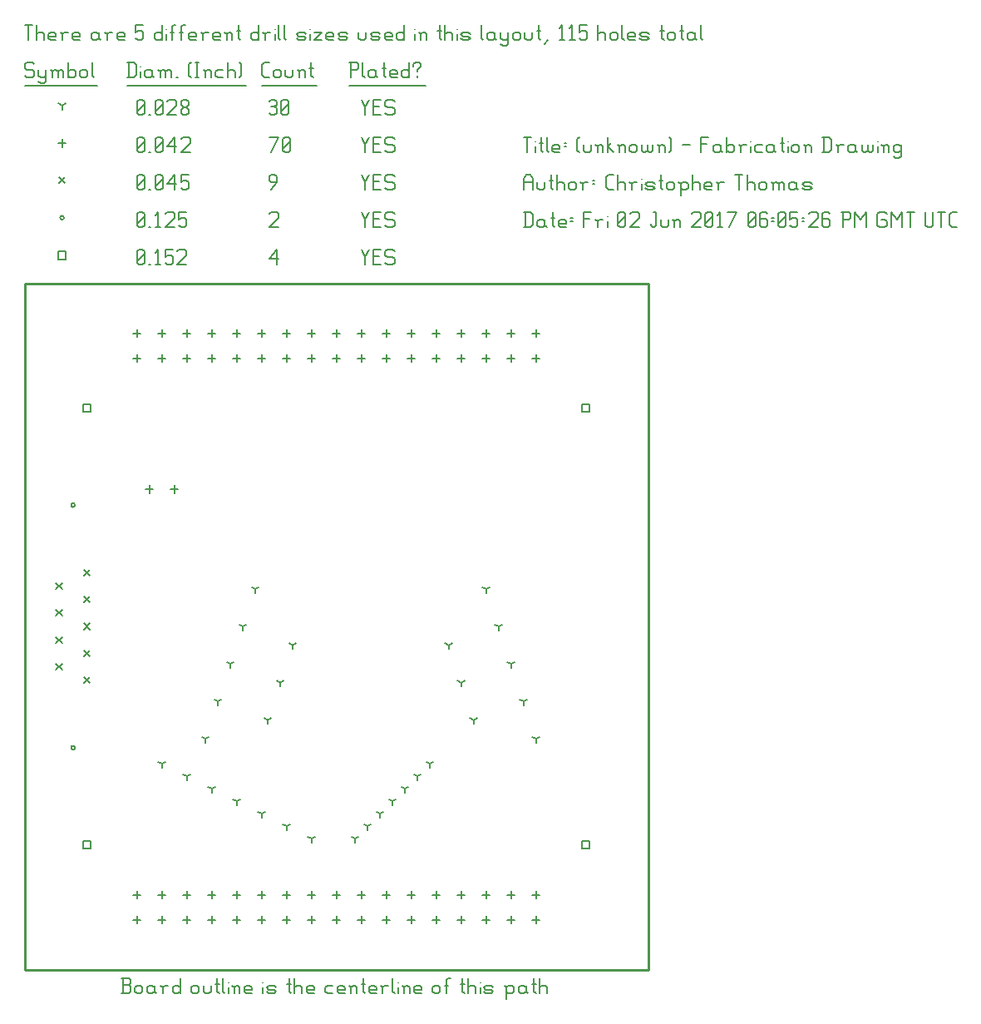
<source format=gbr>
G04 start of page 9 for group -3984 idx -3984 *
G04 Title: (unknown), fab *
G04 Creator: pcb 20140316 *
G04 CreationDate: Fri 02 Jun 2017 06:05:26 PM GMT UTC *
G04 For: thomasc *
G04 Format: Gerber/RS-274X *
G04 PCB-Dimensions (mil): 2500.00 2750.00 *
G04 PCB-Coordinate-Origin: lower left *
%MOIN*%
%FSLAX25Y25*%
%LNFAB*%
%ADD51C,0.0100*%
%ADD50C,0.0075*%
%ADD49C,0.0060*%
%ADD48C,0.0080*%
G54D48*X23400Y226600D02*X26600D01*
X23400D02*Y223400D01*
X26600D01*
Y226600D02*Y223400D01*
X223400Y226600D02*X226600D01*
X223400D02*Y223400D01*
X226600D01*
Y226600D02*Y223400D01*
X23400Y51600D02*X26600D01*
X23400D02*Y48400D01*
X26600D01*
Y51600D02*Y48400D01*
X223400Y51600D02*X226600D01*
X223400D02*Y48400D01*
X226600D01*
Y51600D02*Y48400D01*
X13400Y287850D02*X16600D01*
X13400D02*Y284650D01*
X16600D01*
Y287850D02*Y284650D01*
G54D49*X135000Y288500D02*X136500Y285500D01*
X138000Y288500D01*
X136500Y285500D02*Y282500D01*
X139800Y285800D02*X142050D01*
X139800Y282500D02*X142800D01*
X139800Y288500D02*Y282500D01*
Y288500D02*X142800D01*
X147600D02*X148350Y287750D01*
X145350Y288500D02*X147600D01*
X144600Y287750D02*X145350Y288500D01*
X144600Y287750D02*Y286250D01*
X145350Y285500D01*
X147600D01*
X148350Y284750D01*
Y283250D01*
X147600Y282500D02*X148350Y283250D01*
X145350Y282500D02*X147600D01*
X144600Y283250D02*X145350Y282500D01*
X98000Y284750D02*X101000Y288500D01*
X98000Y284750D02*X101750D01*
X101000Y288500D02*Y282500D01*
X45000Y283250D02*X45750Y282500D01*
X45000Y287750D02*Y283250D01*
Y287750D02*X45750Y288500D01*
X47250D01*
X48000Y287750D01*
Y283250D01*
X47250Y282500D02*X48000Y283250D01*
X45750Y282500D02*X47250D01*
X45000Y284000D02*X48000Y287000D01*
X49800Y282500D02*X50550D01*
X52350Y287300D02*X53550Y288500D01*
Y282500D01*
X52350D02*X54600D01*
X56400Y288500D02*X59400D01*
X56400D02*Y285500D01*
X57150Y286250D01*
X58650D01*
X59400Y285500D01*
Y283250D01*
X58650Y282500D02*X59400Y283250D01*
X57150Y282500D02*X58650D01*
X56400Y283250D02*X57150Y282500D01*
X61200Y287750D02*X61950Y288500D01*
X64200D01*
X64950Y287750D01*
Y286250D01*
X61200Y282500D02*X64950Y286250D01*
X61200Y282500D02*X64950D01*
X18600Y186100D02*G75*G03X20200Y186100I800J0D01*G01*
G75*G03X18600Y186100I-800J0D01*G01*
Y88900D02*G75*G03X20200Y88900I800J0D01*G01*
G75*G03X18600Y88900I-800J0D01*G01*
X14200Y301250D02*G75*G03X15800Y301250I800J0D01*G01*
G75*G03X14200Y301250I-800J0D01*G01*
X135000Y303500D02*X136500Y300500D01*
X138000Y303500D01*
X136500Y300500D02*Y297500D01*
X139800Y300800D02*X142050D01*
X139800Y297500D02*X142800D01*
X139800Y303500D02*Y297500D01*
Y303500D02*X142800D01*
X147600D02*X148350Y302750D01*
X145350Y303500D02*X147600D01*
X144600Y302750D02*X145350Y303500D01*
X144600Y302750D02*Y301250D01*
X145350Y300500D01*
X147600D01*
X148350Y299750D01*
Y298250D01*
X147600Y297500D02*X148350Y298250D01*
X145350Y297500D02*X147600D01*
X144600Y298250D02*X145350Y297500D01*
X98000Y302750D02*X98750Y303500D01*
X101000D01*
X101750Y302750D01*
Y301250D01*
X98000Y297500D02*X101750Y301250D01*
X98000Y297500D02*X101750D01*
X45000Y298250D02*X45750Y297500D01*
X45000Y302750D02*Y298250D01*
Y302750D02*X45750Y303500D01*
X47250D01*
X48000Y302750D01*
Y298250D01*
X47250Y297500D02*X48000Y298250D01*
X45750Y297500D02*X47250D01*
X45000Y299000D02*X48000Y302000D01*
X49800Y297500D02*X50550D01*
X52350Y302300D02*X53550Y303500D01*
Y297500D01*
X52350D02*X54600D01*
X56400Y302750D02*X57150Y303500D01*
X59400D01*
X60150Y302750D01*
Y301250D01*
X56400Y297500D02*X60150Y301250D01*
X56400Y297500D02*X60150D01*
X61950Y303500D02*X64950D01*
X61950D02*Y300500D01*
X62700Y301250D01*
X64200D01*
X64950Y300500D01*
Y298250D01*
X64200Y297500D02*X64950Y298250D01*
X62700Y297500D02*X64200D01*
X61950Y298250D02*X62700Y297500D01*
X23800Y117100D02*X26200Y114700D01*
X23800D02*X26200Y117100D01*
X23800Y127900D02*X26200Y125500D01*
X23800D02*X26200Y127900D01*
X23800Y138700D02*X26200Y136300D01*
X23800D02*X26200Y138700D01*
X23800Y149500D02*X26200Y147100D01*
X23800D02*X26200Y149500D01*
X23800Y160300D02*X26200Y157900D01*
X23800D02*X26200Y160300D01*
X12600Y122500D02*X15000Y120100D01*
X12600D02*X15000Y122500D01*
X12600Y133300D02*X15000Y130900D01*
X12600D02*X15000Y133300D01*
X12600Y144100D02*X15000Y141700D01*
X12600D02*X15000Y144100D01*
X12600Y154900D02*X15000Y152500D01*
X12600D02*X15000Y154900D01*
X13800Y317450D02*X16200Y315050D01*
X13800D02*X16200Y317450D01*
X135000Y318500D02*X136500Y315500D01*
X138000Y318500D01*
X136500Y315500D02*Y312500D01*
X139800Y315800D02*X142050D01*
X139800Y312500D02*X142800D01*
X139800Y318500D02*Y312500D01*
Y318500D02*X142800D01*
X147600D02*X148350Y317750D01*
X145350Y318500D02*X147600D01*
X144600Y317750D02*X145350Y318500D01*
X144600Y317750D02*Y316250D01*
X145350Y315500D01*
X147600D01*
X148350Y314750D01*
Y313250D01*
X147600Y312500D02*X148350Y313250D01*
X145350Y312500D02*X147600D01*
X144600Y313250D02*X145350Y312500D01*
X98750D02*X101000Y315500D01*
Y317750D02*Y315500D01*
X100250Y318500D02*X101000Y317750D01*
X98750Y318500D02*X100250D01*
X98000Y317750D02*X98750Y318500D01*
X98000Y317750D02*Y316250D01*
X98750Y315500D01*
X101000D01*
X45000Y313250D02*X45750Y312500D01*
X45000Y317750D02*Y313250D01*
Y317750D02*X45750Y318500D01*
X47250D01*
X48000Y317750D01*
Y313250D01*
X47250Y312500D02*X48000Y313250D01*
X45750Y312500D02*X47250D01*
X45000Y314000D02*X48000Y317000D01*
X49800Y312500D02*X50550D01*
X52350Y313250D02*X53100Y312500D01*
X52350Y317750D02*Y313250D01*
Y317750D02*X53100Y318500D01*
X54600D01*
X55350Y317750D01*
Y313250D01*
X54600Y312500D02*X55350Y313250D01*
X53100Y312500D02*X54600D01*
X52350Y314000D02*X55350Y317000D01*
X57150Y314750D02*X60150Y318500D01*
X57150Y314750D02*X60900D01*
X60150Y318500D02*Y312500D01*
X62700Y318500D02*X65700D01*
X62700D02*Y315500D01*
X63450Y316250D01*
X64950D01*
X65700Y315500D01*
Y313250D01*
X64950Y312500D02*X65700Y313250D01*
X63450Y312500D02*X64950D01*
X62700Y313250D02*X63450Y312500D01*
X45000Y256600D02*Y253400D01*
X43400Y255000D02*X46600D01*
X45000Y246600D02*Y243400D01*
X43400Y245000D02*X46600D01*
X55000Y256600D02*Y253400D01*
X53400Y255000D02*X56600D01*
X55000Y246600D02*Y243400D01*
X53400Y245000D02*X56600D01*
X65000Y256600D02*Y253400D01*
X63400Y255000D02*X66600D01*
X65000Y246600D02*Y243400D01*
X63400Y245000D02*X66600D01*
X75000Y256600D02*Y253400D01*
X73400Y255000D02*X76600D01*
X75000Y246600D02*Y243400D01*
X73400Y245000D02*X76600D01*
X85000Y256600D02*Y253400D01*
X83400Y255000D02*X86600D01*
X85000Y246600D02*Y243400D01*
X83400Y245000D02*X86600D01*
X95000Y256600D02*Y253400D01*
X93400Y255000D02*X96600D01*
X95000Y246600D02*Y243400D01*
X93400Y245000D02*X96600D01*
X105000Y256600D02*Y253400D01*
X103400Y255000D02*X106600D01*
X105000Y246600D02*Y243400D01*
X103400Y245000D02*X106600D01*
X115000Y256600D02*Y253400D01*
X113400Y255000D02*X116600D01*
X115000Y246600D02*Y243400D01*
X113400Y245000D02*X116600D01*
X125000Y256600D02*Y253400D01*
X123400Y255000D02*X126600D01*
X125000Y246600D02*Y243400D01*
X123400Y245000D02*X126600D01*
X135000Y256600D02*Y253400D01*
X133400Y255000D02*X136600D01*
X135000Y246600D02*Y243400D01*
X133400Y245000D02*X136600D01*
X145000Y256600D02*Y253400D01*
X143400Y255000D02*X146600D01*
X145000Y246600D02*Y243400D01*
X143400Y245000D02*X146600D01*
X155000Y256600D02*Y253400D01*
X153400Y255000D02*X156600D01*
X155000Y246600D02*Y243400D01*
X153400Y245000D02*X156600D01*
X165000Y256600D02*Y253400D01*
X163400Y255000D02*X166600D01*
X165000Y246600D02*Y243400D01*
X163400Y245000D02*X166600D01*
X175000Y256600D02*Y253400D01*
X173400Y255000D02*X176600D01*
X175000Y246600D02*Y243400D01*
X173400Y245000D02*X176600D01*
X185000Y256600D02*Y253400D01*
X183400Y255000D02*X186600D01*
X185000Y246600D02*Y243400D01*
X183400Y245000D02*X186600D01*
X195000Y256600D02*Y253400D01*
X193400Y255000D02*X196600D01*
X195000Y246600D02*Y243400D01*
X193400Y245000D02*X196600D01*
X205000Y256600D02*Y253400D01*
X203400Y255000D02*X206600D01*
X205000Y246600D02*Y243400D01*
X203400Y245000D02*X206600D01*
X205000Y21600D02*Y18400D01*
X203400Y20000D02*X206600D01*
X205000Y31600D02*Y28400D01*
X203400Y30000D02*X206600D01*
X195000Y21600D02*Y18400D01*
X193400Y20000D02*X196600D01*
X195000Y31600D02*Y28400D01*
X193400Y30000D02*X196600D01*
X185000Y21600D02*Y18400D01*
X183400Y20000D02*X186600D01*
X185000Y31600D02*Y28400D01*
X183400Y30000D02*X186600D01*
X175000Y21600D02*Y18400D01*
X173400Y20000D02*X176600D01*
X175000Y31600D02*Y28400D01*
X173400Y30000D02*X176600D01*
X165000Y21600D02*Y18400D01*
X163400Y20000D02*X166600D01*
X165000Y31600D02*Y28400D01*
X163400Y30000D02*X166600D01*
X155000Y21600D02*Y18400D01*
X153400Y20000D02*X156600D01*
X155000Y31600D02*Y28400D01*
X153400Y30000D02*X156600D01*
X145000Y21600D02*Y18400D01*
X143400Y20000D02*X146600D01*
X145000Y31600D02*Y28400D01*
X143400Y30000D02*X146600D01*
X135000Y21600D02*Y18400D01*
X133400Y20000D02*X136600D01*
X135000Y31600D02*Y28400D01*
X133400Y30000D02*X136600D01*
X125000Y21600D02*Y18400D01*
X123400Y20000D02*X126600D01*
X125000Y31600D02*Y28400D01*
X123400Y30000D02*X126600D01*
X115000Y21600D02*Y18400D01*
X113400Y20000D02*X116600D01*
X115000Y31600D02*Y28400D01*
X113400Y30000D02*X116600D01*
X105000Y21600D02*Y18400D01*
X103400Y20000D02*X106600D01*
X105000Y31600D02*Y28400D01*
X103400Y30000D02*X106600D01*
X95000Y21600D02*Y18400D01*
X93400Y20000D02*X96600D01*
X95000Y31600D02*Y28400D01*
X93400Y30000D02*X96600D01*
X85000Y21600D02*Y18400D01*
X83400Y20000D02*X86600D01*
X85000Y31600D02*Y28400D01*
X83400Y30000D02*X86600D01*
X75000Y21600D02*Y18400D01*
X73400Y20000D02*X76600D01*
X75000Y31600D02*Y28400D01*
X73400Y30000D02*X76600D01*
X65000Y21600D02*Y18400D01*
X63400Y20000D02*X66600D01*
X65000Y31600D02*Y28400D01*
X63400Y30000D02*X66600D01*
X55000Y21600D02*Y18400D01*
X53400Y20000D02*X56600D01*
X55000Y31600D02*Y28400D01*
X53400Y30000D02*X56600D01*
X45000Y21600D02*Y18400D01*
X43400Y20000D02*X46600D01*
X45000Y31600D02*Y28400D01*
X43400Y30000D02*X46600D01*
X50000Y194100D02*Y190900D01*
X48400Y192500D02*X51600D01*
X60000Y194100D02*Y190900D01*
X58400Y192500D02*X61600D01*
X15000Y332850D02*Y329650D01*
X13400Y331250D02*X16600D01*
X135000Y333500D02*X136500Y330500D01*
X138000Y333500D01*
X136500Y330500D02*Y327500D01*
X139800Y330800D02*X142050D01*
X139800Y327500D02*X142800D01*
X139800Y333500D02*Y327500D01*
Y333500D02*X142800D01*
X147600D02*X148350Y332750D01*
X145350Y333500D02*X147600D01*
X144600Y332750D02*X145350Y333500D01*
X144600Y332750D02*Y331250D01*
X145350Y330500D01*
X147600D01*
X148350Y329750D01*
Y328250D01*
X147600Y327500D02*X148350Y328250D01*
X145350Y327500D02*X147600D01*
X144600Y328250D02*X145350Y327500D01*
X98750D02*X101750Y333500D01*
X98000D02*X101750D01*
X103550Y328250D02*X104300Y327500D01*
X103550Y332750D02*Y328250D01*
Y332750D02*X104300Y333500D01*
X105800D01*
X106550Y332750D01*
Y328250D01*
X105800Y327500D02*X106550Y328250D01*
X104300Y327500D02*X105800D01*
X103550Y329000D02*X106550Y332000D01*
X45000Y328250D02*X45750Y327500D01*
X45000Y332750D02*Y328250D01*
Y332750D02*X45750Y333500D01*
X47250D01*
X48000Y332750D01*
Y328250D01*
X47250Y327500D02*X48000Y328250D01*
X45750Y327500D02*X47250D01*
X45000Y329000D02*X48000Y332000D01*
X49800Y327500D02*X50550D01*
X52350Y328250D02*X53100Y327500D01*
X52350Y332750D02*Y328250D01*
Y332750D02*X53100Y333500D01*
X54600D01*
X55350Y332750D01*
Y328250D01*
X54600Y327500D02*X55350Y328250D01*
X53100Y327500D02*X54600D01*
X52350Y329000D02*X55350Y332000D01*
X57150Y329750D02*X60150Y333500D01*
X57150Y329750D02*X60900D01*
X60150Y333500D02*Y327500D01*
X62700Y332750D02*X63450Y333500D01*
X65700D01*
X66450Y332750D01*
Y331250D01*
X62700Y327500D02*X66450Y331250D01*
X62700Y327500D02*X66450D01*
X205000Y92500D02*Y90900D01*
Y92500D02*X206387Y93300D01*
X205000Y92500D02*X203613Y93300D01*
X200000Y107500D02*Y105900D01*
Y107500D02*X201387Y108300D01*
X200000Y107500D02*X198613Y108300D01*
X195000Y122500D02*Y120900D01*
Y122500D02*X196387Y123300D01*
X195000Y122500D02*X193613Y123300D01*
X190000Y137500D02*Y135900D01*
Y137500D02*X191387Y138300D01*
X190000Y137500D02*X188613Y138300D01*
X185000Y152500D02*Y150900D01*
Y152500D02*X186387Y153300D01*
X185000Y152500D02*X183613Y153300D01*
X180000Y100000D02*Y98400D01*
Y100000D02*X181387Y100800D01*
X180000Y100000D02*X178613Y100800D01*
X175000Y115000D02*Y113400D01*
Y115000D02*X176387Y115800D01*
X175000Y115000D02*X173613Y115800D01*
X170000Y130000D02*Y128400D01*
Y130000D02*X171387Y130800D01*
X170000Y130000D02*X168613Y130800D01*
X72500Y92500D02*Y90900D01*
Y92500D02*X73887Y93300D01*
X72500Y92500D02*X71113Y93300D01*
X77500Y107500D02*Y105900D01*
Y107500D02*X78887Y108300D01*
X77500Y107500D02*X76113Y108300D01*
X82500Y122500D02*Y120900D01*
Y122500D02*X83887Y123300D01*
X82500Y122500D02*X81113Y123300D01*
X87500Y137500D02*Y135900D01*
Y137500D02*X88887Y138300D01*
X87500Y137500D02*X86113Y138300D01*
X92500Y152500D02*Y150900D01*
Y152500D02*X93887Y153300D01*
X92500Y152500D02*X91113Y153300D01*
X97500Y100000D02*Y98400D01*
Y100000D02*X98887Y100800D01*
X97500Y100000D02*X96113Y100800D01*
X102500Y115000D02*Y113400D01*
Y115000D02*X103887Y115800D01*
X102500Y115000D02*X101113Y115800D01*
X107500Y130000D02*Y128400D01*
Y130000D02*X108887Y130800D01*
X107500Y130000D02*X106113Y130800D01*
X55000Y82500D02*Y80900D01*
Y82500D02*X56387Y83300D01*
X55000Y82500D02*X53613Y83300D01*
X65000Y77500D02*Y75900D01*
Y77500D02*X66387Y78300D01*
X65000Y77500D02*X63613Y78300D01*
X75000Y72500D02*Y70900D01*
Y72500D02*X76387Y73300D01*
X75000Y72500D02*X73613Y73300D01*
X85000Y67500D02*Y65900D01*
Y67500D02*X86387Y68300D01*
X85000Y67500D02*X83613Y68300D01*
X95000Y62500D02*Y60900D01*
Y62500D02*X96387Y63300D01*
X95000Y62500D02*X93613Y63300D01*
X105000Y57500D02*Y55900D01*
Y57500D02*X106387Y58300D01*
X105000Y57500D02*X103613Y58300D01*
X115000Y52500D02*Y50900D01*
Y52500D02*X116387Y53300D01*
X115000Y52500D02*X113613Y53300D01*
X162500Y82500D02*Y80900D01*
Y82500D02*X163887Y83300D01*
X162500Y82500D02*X161113Y83300D01*
X157500Y77500D02*Y75900D01*
Y77500D02*X158887Y78300D01*
X157500Y77500D02*X156113Y78300D01*
X152500Y72500D02*Y70900D01*
Y72500D02*X153887Y73300D01*
X152500Y72500D02*X151113Y73300D01*
X147500Y67500D02*Y65900D01*
Y67500D02*X148887Y68300D01*
X147500Y67500D02*X146113Y68300D01*
X142500Y62500D02*Y60900D01*
Y62500D02*X143887Y63300D01*
X142500Y62500D02*X141113Y63300D01*
X137500Y57500D02*Y55900D01*
Y57500D02*X138887Y58300D01*
X137500Y57500D02*X136113Y58300D01*
X132500Y52500D02*Y50900D01*
Y52500D02*X133887Y53300D01*
X132500Y52500D02*X131113Y53300D01*
X15000Y346250D02*Y344650D01*
Y346250D02*X16387Y347050D01*
X15000Y346250D02*X13613Y347050D01*
X135000Y348500D02*X136500Y345500D01*
X138000Y348500D01*
X136500Y345500D02*Y342500D01*
X139800Y345800D02*X142050D01*
X139800Y342500D02*X142800D01*
X139800Y348500D02*Y342500D01*
Y348500D02*X142800D01*
X147600D02*X148350Y347750D01*
X145350Y348500D02*X147600D01*
X144600Y347750D02*X145350Y348500D01*
X144600Y347750D02*Y346250D01*
X145350Y345500D01*
X147600D01*
X148350Y344750D01*
Y343250D01*
X147600Y342500D02*X148350Y343250D01*
X145350Y342500D02*X147600D01*
X144600Y343250D02*X145350Y342500D01*
X98000Y347750D02*X98750Y348500D01*
X100250D01*
X101000Y347750D01*
X100250Y342500D02*X101000Y343250D01*
X98750Y342500D02*X100250D01*
X98000Y343250D02*X98750Y342500D01*
Y345800D02*X100250D01*
X101000Y347750D02*Y346550D01*
Y345050D02*Y343250D01*
Y345050D02*X100250Y345800D01*
X101000Y346550D02*X100250Y345800D01*
X102800Y343250D02*X103550Y342500D01*
X102800Y347750D02*Y343250D01*
Y347750D02*X103550Y348500D01*
X105050D01*
X105800Y347750D01*
Y343250D01*
X105050Y342500D02*X105800Y343250D01*
X103550Y342500D02*X105050D01*
X102800Y344000D02*X105800Y347000D01*
X45000Y343250D02*X45750Y342500D01*
X45000Y347750D02*Y343250D01*
Y347750D02*X45750Y348500D01*
X47250D01*
X48000Y347750D01*
Y343250D01*
X47250Y342500D02*X48000Y343250D01*
X45750Y342500D02*X47250D01*
X45000Y344000D02*X48000Y347000D01*
X49800Y342500D02*X50550D01*
X52350Y343250D02*X53100Y342500D01*
X52350Y347750D02*Y343250D01*
Y347750D02*X53100Y348500D01*
X54600D01*
X55350Y347750D01*
Y343250D01*
X54600Y342500D02*X55350Y343250D01*
X53100Y342500D02*X54600D01*
X52350Y344000D02*X55350Y347000D01*
X57150Y347750D02*X57900Y348500D01*
X60150D01*
X60900Y347750D01*
Y346250D01*
X57150Y342500D02*X60900Y346250D01*
X57150Y342500D02*X60900D01*
X62700Y343250D02*X63450Y342500D01*
X62700Y344450D02*Y343250D01*
Y344450D02*X63750Y345500D01*
X64650D01*
X65700Y344450D01*
Y343250D01*
X64950Y342500D02*X65700Y343250D01*
X63450Y342500D02*X64950D01*
X62700Y346550D02*X63750Y345500D01*
X62700Y347750D02*Y346550D01*
Y347750D02*X63450Y348500D01*
X64950D01*
X65700Y347750D01*
Y346550D01*
X64650Y345500D02*X65700Y346550D01*
X3000Y363500D02*X3750Y362750D01*
X750Y363500D02*X3000D01*
X0Y362750D02*X750Y363500D01*
X0Y362750D02*Y361250D01*
X750Y360500D01*
X3000D01*
X3750Y359750D01*
Y358250D01*
X3000Y357500D02*X3750Y358250D01*
X750Y357500D02*X3000D01*
X0Y358250D02*X750Y357500D01*
X5550Y360500D02*Y358250D01*
X6300Y357500D01*
X8550Y360500D02*Y356000D01*
X7800Y355250D02*X8550Y356000D01*
X6300Y355250D02*X7800D01*
X5550Y356000D02*X6300Y355250D01*
Y357500D02*X7800D01*
X8550Y358250D01*
X11100Y359750D02*Y357500D01*
Y359750D02*X11850Y360500D01*
X12600D01*
X13350Y359750D01*
Y357500D01*
Y359750D02*X14100Y360500D01*
X14850D01*
X15600Y359750D01*
Y357500D01*
X10350Y360500D02*X11100Y359750D01*
X17400Y363500D02*Y357500D01*
Y358250D02*X18150Y357500D01*
X19650D01*
X20400Y358250D01*
Y359750D02*Y358250D01*
X19650Y360500D02*X20400Y359750D01*
X18150Y360500D02*X19650D01*
X17400Y359750D02*X18150Y360500D01*
X22200Y359750D02*Y358250D01*
Y359750D02*X22950Y360500D01*
X24450D01*
X25200Y359750D01*
Y358250D01*
X24450Y357500D02*X25200Y358250D01*
X22950Y357500D02*X24450D01*
X22200Y358250D02*X22950Y357500D01*
X27000Y363500D02*Y358250D01*
X27750Y357500D01*
X0Y354250D02*X29250D01*
X41750Y363500D02*Y357500D01*
X43700Y363500D02*X44750Y362450D01*
Y358550D01*
X43700Y357500D02*X44750Y358550D01*
X41000Y357500D02*X43700D01*
X41000Y363500D02*X43700D01*
G54D50*X46550Y362000D02*Y361850D01*
G54D49*Y359750D02*Y357500D01*
X50300Y360500D02*X51050Y359750D01*
X48800Y360500D02*X50300D01*
X48050Y359750D02*X48800Y360500D01*
X48050Y359750D02*Y358250D01*
X48800Y357500D01*
X51050Y360500D02*Y358250D01*
X51800Y357500D01*
X48800D02*X50300D01*
X51050Y358250D01*
X54350Y359750D02*Y357500D01*
Y359750D02*X55100Y360500D01*
X55850D01*
X56600Y359750D01*
Y357500D01*
Y359750D02*X57350Y360500D01*
X58100D01*
X58850Y359750D01*
Y357500D01*
X53600Y360500D02*X54350Y359750D01*
X60650Y357500D02*X61400D01*
X65900Y358250D02*X66650Y357500D01*
X65900Y362750D02*X66650Y363500D01*
X65900Y362750D02*Y358250D01*
X68450Y363500D02*X69950D01*
X69200D02*Y357500D01*
X68450D02*X69950D01*
X72500Y359750D02*Y357500D01*
Y359750D02*X73250Y360500D01*
X74000D01*
X74750Y359750D01*
Y357500D01*
X71750Y360500D02*X72500Y359750D01*
X77300Y360500D02*X79550D01*
X76550Y359750D02*X77300Y360500D01*
X76550Y359750D02*Y358250D01*
X77300Y357500D01*
X79550D01*
X81350Y363500D02*Y357500D01*
Y359750D02*X82100Y360500D01*
X83600D01*
X84350Y359750D01*
Y357500D01*
X86150Y363500D02*X86900Y362750D01*
Y358250D01*
X86150Y357500D02*X86900Y358250D01*
X41000Y354250D02*X88700D01*
X96050Y357500D02*X98000D01*
X95000Y358550D02*X96050Y357500D01*
X95000Y362450D02*Y358550D01*
Y362450D02*X96050Y363500D01*
X98000D01*
X99800Y359750D02*Y358250D01*
Y359750D02*X100550Y360500D01*
X102050D01*
X102800Y359750D01*
Y358250D01*
X102050Y357500D02*X102800Y358250D01*
X100550Y357500D02*X102050D01*
X99800Y358250D02*X100550Y357500D01*
X104600Y360500D02*Y358250D01*
X105350Y357500D01*
X106850D01*
X107600Y358250D01*
Y360500D02*Y358250D01*
X110150Y359750D02*Y357500D01*
Y359750D02*X110900Y360500D01*
X111650D01*
X112400Y359750D01*
Y357500D01*
X109400Y360500D02*X110150Y359750D01*
X114950Y363500D02*Y358250D01*
X115700Y357500D01*
X114200Y361250D02*X115700D01*
X95000Y354250D02*X117200D01*
X130750Y363500D02*Y357500D01*
X130000Y363500D02*X133000D01*
X133750Y362750D01*
Y361250D01*
X133000Y360500D02*X133750Y361250D01*
X130750Y360500D02*X133000D01*
X135550Y363500D02*Y358250D01*
X136300Y357500D01*
X140050Y360500D02*X140800Y359750D01*
X138550Y360500D02*X140050D01*
X137800Y359750D02*X138550Y360500D01*
X137800Y359750D02*Y358250D01*
X138550Y357500D01*
X140800Y360500D02*Y358250D01*
X141550Y357500D01*
X138550D02*X140050D01*
X140800Y358250D01*
X144100Y363500D02*Y358250D01*
X144850Y357500D01*
X143350Y361250D02*X144850D01*
X147100Y357500D02*X149350D01*
X146350Y358250D02*X147100Y357500D01*
X146350Y359750D02*Y358250D01*
Y359750D02*X147100Y360500D01*
X148600D01*
X149350Y359750D01*
X146350Y359000D02*X149350D01*
Y359750D02*Y359000D01*
X154150Y363500D02*Y357500D01*
X153400D02*X154150Y358250D01*
X151900Y357500D02*X153400D01*
X151150Y358250D02*X151900Y357500D01*
X151150Y359750D02*Y358250D01*
Y359750D02*X151900Y360500D01*
X153400D01*
X154150Y359750D01*
X157450Y360500D02*Y359750D01*
Y358250D02*Y357500D01*
X155950Y362750D02*Y362000D01*
Y362750D02*X156700Y363500D01*
X158200D01*
X158950Y362750D01*
Y362000D01*
X157450Y360500D02*X158950Y362000D01*
X130000Y354250D02*X160750D01*
X0Y378500D02*X3000D01*
X1500D02*Y372500D01*
X4800Y378500D02*Y372500D01*
Y374750D02*X5550Y375500D01*
X7050D01*
X7800Y374750D01*
Y372500D01*
X10350D02*X12600D01*
X9600Y373250D02*X10350Y372500D01*
X9600Y374750D02*Y373250D01*
Y374750D02*X10350Y375500D01*
X11850D01*
X12600Y374750D01*
X9600Y374000D02*X12600D01*
Y374750D02*Y374000D01*
X15150Y374750D02*Y372500D01*
Y374750D02*X15900Y375500D01*
X17400D01*
X14400D02*X15150Y374750D01*
X19950Y372500D02*X22200D01*
X19200Y373250D02*X19950Y372500D01*
X19200Y374750D02*Y373250D01*
Y374750D02*X19950Y375500D01*
X21450D01*
X22200Y374750D01*
X19200Y374000D02*X22200D01*
Y374750D02*Y374000D01*
X28950Y375500D02*X29700Y374750D01*
X27450Y375500D02*X28950D01*
X26700Y374750D02*X27450Y375500D01*
X26700Y374750D02*Y373250D01*
X27450Y372500D01*
X29700Y375500D02*Y373250D01*
X30450Y372500D01*
X27450D02*X28950D01*
X29700Y373250D01*
X33000Y374750D02*Y372500D01*
Y374750D02*X33750Y375500D01*
X35250D01*
X32250D02*X33000Y374750D01*
X37800Y372500D02*X40050D01*
X37050Y373250D02*X37800Y372500D01*
X37050Y374750D02*Y373250D01*
Y374750D02*X37800Y375500D01*
X39300D01*
X40050Y374750D01*
X37050Y374000D02*X40050D01*
Y374750D02*Y374000D01*
X44550Y378500D02*X47550D01*
X44550D02*Y375500D01*
X45300Y376250D01*
X46800D01*
X47550Y375500D01*
Y373250D01*
X46800Y372500D02*X47550Y373250D01*
X45300Y372500D02*X46800D01*
X44550Y373250D02*X45300Y372500D01*
X55050Y378500D02*Y372500D01*
X54300D02*X55050Y373250D01*
X52800Y372500D02*X54300D01*
X52050Y373250D02*X52800Y372500D01*
X52050Y374750D02*Y373250D01*
Y374750D02*X52800Y375500D01*
X54300D01*
X55050Y374750D01*
G54D50*X56850Y377000D02*Y376850D01*
G54D49*Y374750D02*Y372500D01*
X59100Y377750D02*Y372500D01*
Y377750D02*X59850Y378500D01*
X60600D01*
X58350Y375500D02*X59850D01*
X62850Y377750D02*Y372500D01*
Y377750D02*X63600Y378500D01*
X64350D01*
X62100Y375500D02*X63600D01*
X66600Y372500D02*X68850D01*
X65850Y373250D02*X66600Y372500D01*
X65850Y374750D02*Y373250D01*
Y374750D02*X66600Y375500D01*
X68100D01*
X68850Y374750D01*
X65850Y374000D02*X68850D01*
Y374750D02*Y374000D01*
X71400Y374750D02*Y372500D01*
Y374750D02*X72150Y375500D01*
X73650D01*
X70650D02*X71400Y374750D01*
X76200Y372500D02*X78450D01*
X75450Y373250D02*X76200Y372500D01*
X75450Y374750D02*Y373250D01*
Y374750D02*X76200Y375500D01*
X77700D01*
X78450Y374750D01*
X75450Y374000D02*X78450D01*
Y374750D02*Y374000D01*
X81000Y374750D02*Y372500D01*
Y374750D02*X81750Y375500D01*
X82500D01*
X83250Y374750D01*
Y372500D01*
X80250Y375500D02*X81000Y374750D01*
X85800Y378500D02*Y373250D01*
X86550Y372500D01*
X85050Y376250D02*X86550D01*
X93750Y378500D02*Y372500D01*
X93000D02*X93750Y373250D01*
X91500Y372500D02*X93000D01*
X90750Y373250D02*X91500Y372500D01*
X90750Y374750D02*Y373250D01*
Y374750D02*X91500Y375500D01*
X93000D01*
X93750Y374750D01*
X96300D02*Y372500D01*
Y374750D02*X97050Y375500D01*
X98550D01*
X95550D02*X96300Y374750D01*
G54D50*X100350Y377000D02*Y376850D01*
G54D49*Y374750D02*Y372500D01*
X101850Y378500D02*Y373250D01*
X102600Y372500D01*
X104100Y378500D02*Y373250D01*
X104850Y372500D01*
X109800D02*X112050D01*
X112800Y373250D01*
X112050Y374000D02*X112800Y373250D01*
X109800Y374000D02*X112050D01*
X109050Y374750D02*X109800Y374000D01*
X109050Y374750D02*X109800Y375500D01*
X112050D01*
X112800Y374750D01*
X109050Y373250D02*X109800Y372500D01*
G54D50*X114600Y377000D02*Y376850D01*
G54D49*Y374750D02*Y372500D01*
X116100Y375500D02*X119100D01*
X116100Y372500D02*X119100Y375500D01*
X116100Y372500D02*X119100D01*
X121650D02*X123900D01*
X120900Y373250D02*X121650Y372500D01*
X120900Y374750D02*Y373250D01*
Y374750D02*X121650Y375500D01*
X123150D01*
X123900Y374750D01*
X120900Y374000D02*X123900D01*
Y374750D02*Y374000D01*
X126450Y372500D02*X128700D01*
X129450Y373250D01*
X128700Y374000D02*X129450Y373250D01*
X126450Y374000D02*X128700D01*
X125700Y374750D02*X126450Y374000D01*
X125700Y374750D02*X126450Y375500D01*
X128700D01*
X129450Y374750D01*
X125700Y373250D02*X126450Y372500D01*
X133950Y375500D02*Y373250D01*
X134700Y372500D01*
X136200D01*
X136950Y373250D01*
Y375500D02*Y373250D01*
X139500Y372500D02*X141750D01*
X142500Y373250D01*
X141750Y374000D02*X142500Y373250D01*
X139500Y374000D02*X141750D01*
X138750Y374750D02*X139500Y374000D01*
X138750Y374750D02*X139500Y375500D01*
X141750D01*
X142500Y374750D01*
X138750Y373250D02*X139500Y372500D01*
X145050D02*X147300D01*
X144300Y373250D02*X145050Y372500D01*
X144300Y374750D02*Y373250D01*
Y374750D02*X145050Y375500D01*
X146550D01*
X147300Y374750D01*
X144300Y374000D02*X147300D01*
Y374750D02*Y374000D01*
X152100Y378500D02*Y372500D01*
X151350D02*X152100Y373250D01*
X149850Y372500D02*X151350D01*
X149100Y373250D02*X149850Y372500D01*
X149100Y374750D02*Y373250D01*
Y374750D02*X149850Y375500D01*
X151350D01*
X152100Y374750D01*
G54D50*X156600Y377000D02*Y376850D01*
G54D49*Y374750D02*Y372500D01*
X158850Y374750D02*Y372500D01*
Y374750D02*X159600Y375500D01*
X160350D01*
X161100Y374750D01*
Y372500D01*
X158100Y375500D02*X158850Y374750D01*
X166350Y378500D02*Y373250D01*
X167100Y372500D01*
X165600Y376250D02*X167100D01*
X168600Y378500D02*Y372500D01*
Y374750D02*X169350Y375500D01*
X170850D01*
X171600Y374750D01*
Y372500D01*
G54D50*X173400Y377000D02*Y376850D01*
G54D49*Y374750D02*Y372500D01*
X175650D02*X177900D01*
X178650Y373250D01*
X177900Y374000D02*X178650Y373250D01*
X175650Y374000D02*X177900D01*
X174900Y374750D02*X175650Y374000D01*
X174900Y374750D02*X175650Y375500D01*
X177900D01*
X178650Y374750D01*
X174900Y373250D02*X175650Y372500D01*
X183150Y378500D02*Y373250D01*
X183900Y372500D01*
X187650Y375500D02*X188400Y374750D01*
X186150Y375500D02*X187650D01*
X185400Y374750D02*X186150Y375500D01*
X185400Y374750D02*Y373250D01*
X186150Y372500D01*
X188400Y375500D02*Y373250D01*
X189150Y372500D01*
X186150D02*X187650D01*
X188400Y373250D01*
X190950Y375500D02*Y373250D01*
X191700Y372500D01*
X193950Y375500D02*Y371000D01*
X193200Y370250D02*X193950Y371000D01*
X191700Y370250D02*X193200D01*
X190950Y371000D02*X191700Y370250D01*
Y372500D02*X193200D01*
X193950Y373250D01*
X195750Y374750D02*Y373250D01*
Y374750D02*X196500Y375500D01*
X198000D01*
X198750Y374750D01*
Y373250D01*
X198000Y372500D02*X198750Y373250D01*
X196500Y372500D02*X198000D01*
X195750Y373250D02*X196500Y372500D01*
X200550Y375500D02*Y373250D01*
X201300Y372500D01*
X202800D01*
X203550Y373250D01*
Y375500D02*Y373250D01*
X206100Y378500D02*Y373250D01*
X206850Y372500D01*
X205350Y376250D02*X206850D01*
X208350Y371000D02*X209850Y372500D01*
X214350Y377300D02*X215550Y378500D01*
Y372500D01*
X214350D02*X216600D01*
X218400Y377300D02*X219600Y378500D01*
Y372500D01*
X218400D02*X220650D01*
X222450Y378500D02*X225450D01*
X222450D02*Y375500D01*
X223200Y376250D01*
X224700D01*
X225450Y375500D01*
Y373250D01*
X224700Y372500D02*X225450Y373250D01*
X223200Y372500D02*X224700D01*
X222450Y373250D02*X223200Y372500D01*
X229950Y378500D02*Y372500D01*
Y374750D02*X230700Y375500D01*
X232200D01*
X232950Y374750D01*
Y372500D01*
X234750Y374750D02*Y373250D01*
Y374750D02*X235500Y375500D01*
X237000D01*
X237750Y374750D01*
Y373250D01*
X237000Y372500D02*X237750Y373250D01*
X235500Y372500D02*X237000D01*
X234750Y373250D02*X235500Y372500D01*
X239550Y378500D02*Y373250D01*
X240300Y372500D01*
X242550D02*X244800D01*
X241800Y373250D02*X242550Y372500D01*
X241800Y374750D02*Y373250D01*
Y374750D02*X242550Y375500D01*
X244050D01*
X244800Y374750D01*
X241800Y374000D02*X244800D01*
Y374750D02*Y374000D01*
X247350Y372500D02*X249600D01*
X250350Y373250D01*
X249600Y374000D02*X250350Y373250D01*
X247350Y374000D02*X249600D01*
X246600Y374750D02*X247350Y374000D01*
X246600Y374750D02*X247350Y375500D01*
X249600D01*
X250350Y374750D01*
X246600Y373250D02*X247350Y372500D01*
X255600Y378500D02*Y373250D01*
X256350Y372500D01*
X254850Y376250D02*X256350D01*
X257850Y374750D02*Y373250D01*
Y374750D02*X258600Y375500D01*
X260100D01*
X260850Y374750D01*
Y373250D01*
X260100Y372500D02*X260850Y373250D01*
X258600Y372500D02*X260100D01*
X257850Y373250D02*X258600Y372500D01*
X263400Y378500D02*Y373250D01*
X264150Y372500D01*
X262650Y376250D02*X264150D01*
X267900Y375500D02*X268650Y374750D01*
X266400Y375500D02*X267900D01*
X265650Y374750D02*X266400Y375500D01*
X265650Y374750D02*Y373250D01*
X266400Y372500D01*
X268650Y375500D02*Y373250D01*
X269400Y372500D01*
X266400D02*X267900D01*
X268650Y373250D01*
X271200Y378500D02*Y373250D01*
X271950Y372500D01*
G54D51*X0Y275000D02*Y0D01*
X250000D02*Y275000D01*
X0D01*
Y0D02*X250000D01*
G54D49*X38675Y-9500D02*X41675D01*
X42425Y-8750D01*
Y-6950D02*Y-8750D01*
X41675Y-6200D02*X42425Y-6950D01*
X39425Y-6200D02*X41675D01*
X39425Y-3500D02*Y-9500D01*
X38675Y-3500D02*X41675D01*
X42425Y-4250D01*
Y-5450D01*
X41675Y-6200D02*X42425Y-5450D01*
X44225Y-7250D02*Y-8750D01*
Y-7250D02*X44975Y-6500D01*
X46475D01*
X47225Y-7250D01*
Y-8750D01*
X46475Y-9500D02*X47225Y-8750D01*
X44975Y-9500D02*X46475D01*
X44225Y-8750D02*X44975Y-9500D01*
X51275Y-6500D02*X52025Y-7250D01*
X49775Y-6500D02*X51275D01*
X49025Y-7250D02*X49775Y-6500D01*
X49025Y-7250D02*Y-8750D01*
X49775Y-9500D01*
X52025Y-6500D02*Y-8750D01*
X52775Y-9500D01*
X49775D02*X51275D01*
X52025Y-8750D01*
X55325Y-7250D02*Y-9500D01*
Y-7250D02*X56075Y-6500D01*
X57575D01*
X54575D02*X55325Y-7250D01*
X62375Y-3500D02*Y-9500D01*
X61625D02*X62375Y-8750D01*
X60125Y-9500D02*X61625D01*
X59375Y-8750D02*X60125Y-9500D01*
X59375Y-7250D02*Y-8750D01*
Y-7250D02*X60125Y-6500D01*
X61625D01*
X62375Y-7250D01*
X66875D02*Y-8750D01*
Y-7250D02*X67625Y-6500D01*
X69125D01*
X69875Y-7250D01*
Y-8750D01*
X69125Y-9500D02*X69875Y-8750D01*
X67625Y-9500D02*X69125D01*
X66875Y-8750D02*X67625Y-9500D01*
X71675Y-6500D02*Y-8750D01*
X72425Y-9500D01*
X73925D01*
X74675Y-8750D01*
Y-6500D02*Y-8750D01*
X77225Y-3500D02*Y-8750D01*
X77975Y-9500D01*
X76475Y-5750D02*X77975D01*
X79475Y-3500D02*Y-8750D01*
X80225Y-9500D01*
G54D50*X81725Y-5000D02*Y-5150D01*
G54D49*Y-7250D02*Y-9500D01*
X83975Y-7250D02*Y-9500D01*
Y-7250D02*X84725Y-6500D01*
X85475D01*
X86225Y-7250D01*
Y-9500D01*
X83225Y-6500D02*X83975Y-7250D01*
X88775Y-9500D02*X91025D01*
X88025Y-8750D02*X88775Y-9500D01*
X88025Y-7250D02*Y-8750D01*
Y-7250D02*X88775Y-6500D01*
X90275D01*
X91025Y-7250D01*
X88025Y-8000D02*X91025D01*
Y-7250D02*Y-8000D01*
G54D50*X95525Y-5000D02*Y-5150D01*
G54D49*Y-7250D02*Y-9500D01*
X97775D02*X100025D01*
X100775Y-8750D01*
X100025Y-8000D02*X100775Y-8750D01*
X97775Y-8000D02*X100025D01*
X97025Y-7250D02*X97775Y-8000D01*
X97025Y-7250D02*X97775Y-6500D01*
X100025D01*
X100775Y-7250D01*
X97025Y-8750D02*X97775Y-9500D01*
X106025Y-3500D02*Y-8750D01*
X106775Y-9500D01*
X105275Y-5750D02*X106775D01*
X108275Y-3500D02*Y-9500D01*
Y-7250D02*X109025Y-6500D01*
X110525D01*
X111275Y-7250D01*
Y-9500D01*
X113825D02*X116075D01*
X113075Y-8750D02*X113825Y-9500D01*
X113075Y-7250D02*Y-8750D01*
Y-7250D02*X113825Y-6500D01*
X115325D01*
X116075Y-7250D01*
X113075Y-8000D02*X116075D01*
Y-7250D02*Y-8000D01*
X121325Y-6500D02*X123575D01*
X120575Y-7250D02*X121325Y-6500D01*
X120575Y-7250D02*Y-8750D01*
X121325Y-9500D01*
X123575D01*
X126125D02*X128375D01*
X125375Y-8750D02*X126125Y-9500D01*
X125375Y-7250D02*Y-8750D01*
Y-7250D02*X126125Y-6500D01*
X127625D01*
X128375Y-7250D01*
X125375Y-8000D02*X128375D01*
Y-7250D02*Y-8000D01*
X130925Y-7250D02*Y-9500D01*
Y-7250D02*X131675Y-6500D01*
X132425D01*
X133175Y-7250D01*
Y-9500D01*
X130175Y-6500D02*X130925Y-7250D01*
X135725Y-3500D02*Y-8750D01*
X136475Y-9500D01*
X134975Y-5750D02*X136475D01*
X138725Y-9500D02*X140975D01*
X137975Y-8750D02*X138725Y-9500D01*
X137975Y-7250D02*Y-8750D01*
Y-7250D02*X138725Y-6500D01*
X140225D01*
X140975Y-7250D01*
X137975Y-8000D02*X140975D01*
Y-7250D02*Y-8000D01*
X143525Y-7250D02*Y-9500D01*
Y-7250D02*X144275Y-6500D01*
X145775D01*
X142775D02*X143525Y-7250D01*
X147575Y-3500D02*Y-8750D01*
X148325Y-9500D01*
G54D50*X149825Y-5000D02*Y-5150D01*
G54D49*Y-7250D02*Y-9500D01*
X152075Y-7250D02*Y-9500D01*
Y-7250D02*X152825Y-6500D01*
X153575D01*
X154325Y-7250D01*
Y-9500D01*
X151325Y-6500D02*X152075Y-7250D01*
X156875Y-9500D02*X159125D01*
X156125Y-8750D02*X156875Y-9500D01*
X156125Y-7250D02*Y-8750D01*
Y-7250D02*X156875Y-6500D01*
X158375D01*
X159125Y-7250D01*
X156125Y-8000D02*X159125D01*
Y-7250D02*Y-8000D01*
X163625Y-7250D02*Y-8750D01*
Y-7250D02*X164375Y-6500D01*
X165875D01*
X166625Y-7250D01*
Y-8750D01*
X165875Y-9500D02*X166625Y-8750D01*
X164375Y-9500D02*X165875D01*
X163625Y-8750D02*X164375Y-9500D01*
X169175Y-4250D02*Y-9500D01*
Y-4250D02*X169925Y-3500D01*
X170675D01*
X168425Y-6500D02*X169925D01*
X175625Y-3500D02*Y-8750D01*
X176375Y-9500D01*
X174875Y-5750D02*X176375D01*
X177875Y-3500D02*Y-9500D01*
Y-7250D02*X178625Y-6500D01*
X180125D01*
X180875Y-7250D01*
Y-9500D01*
G54D50*X182675Y-5000D02*Y-5150D01*
G54D49*Y-7250D02*Y-9500D01*
X184925D02*X187175D01*
X187925Y-8750D01*
X187175Y-8000D02*X187925Y-8750D01*
X184925Y-8000D02*X187175D01*
X184175Y-7250D02*X184925Y-8000D01*
X184175Y-7250D02*X184925Y-6500D01*
X187175D01*
X187925Y-7250D01*
X184175Y-8750D02*X184925Y-9500D01*
X193175Y-7250D02*Y-11750D01*
X192425Y-6500D02*X193175Y-7250D01*
X193925Y-6500D01*
X195425D01*
X196175Y-7250D01*
Y-8750D01*
X195425Y-9500D02*X196175Y-8750D01*
X193925Y-9500D02*X195425D01*
X193175Y-8750D02*X193925Y-9500D01*
X200225Y-6500D02*X200975Y-7250D01*
X198725Y-6500D02*X200225D01*
X197975Y-7250D02*X198725Y-6500D01*
X197975Y-7250D02*Y-8750D01*
X198725Y-9500D01*
X200975Y-6500D02*Y-8750D01*
X201725Y-9500D01*
X198725D02*X200225D01*
X200975Y-8750D01*
X204275Y-3500D02*Y-8750D01*
X205025Y-9500D01*
X203525Y-5750D02*X205025D01*
X206525Y-3500D02*Y-9500D01*
Y-7250D02*X207275Y-6500D01*
X208775D01*
X209525Y-7250D01*
Y-9500D01*
X200750Y303500D02*Y297500D01*
X202700Y303500D02*X203750Y302450D01*
Y298550D01*
X202700Y297500D02*X203750Y298550D01*
X200000Y297500D02*X202700D01*
X200000Y303500D02*X202700D01*
X207800Y300500D02*X208550Y299750D01*
X206300Y300500D02*X207800D01*
X205550Y299750D02*X206300Y300500D01*
X205550Y299750D02*Y298250D01*
X206300Y297500D01*
X208550Y300500D02*Y298250D01*
X209300Y297500D01*
X206300D02*X207800D01*
X208550Y298250D01*
X211850Y303500D02*Y298250D01*
X212600Y297500D01*
X211100Y301250D02*X212600D01*
X214850Y297500D02*X217100D01*
X214100Y298250D02*X214850Y297500D01*
X214100Y299750D02*Y298250D01*
Y299750D02*X214850Y300500D01*
X216350D01*
X217100Y299750D01*
X214100Y299000D02*X217100D01*
Y299750D02*Y299000D01*
X218900Y301250D02*X219650D01*
X218900Y299750D02*X219650D01*
X224150Y303500D02*Y297500D01*
Y303500D02*X227150D01*
X224150Y300800D02*X226400D01*
X229700Y299750D02*Y297500D01*
Y299750D02*X230450Y300500D01*
X231950D01*
X228950D02*X229700Y299750D01*
G54D50*X233750Y302000D02*Y301850D01*
G54D49*Y299750D02*Y297500D01*
X237950Y298250D02*X238700Y297500D01*
X237950Y302750D02*Y298250D01*
Y302750D02*X238700Y303500D01*
X240200D01*
X240950Y302750D01*
Y298250D01*
X240200Y297500D02*X240950Y298250D01*
X238700Y297500D02*X240200D01*
X237950Y299000D02*X240950Y302000D01*
X242750Y302750D02*X243500Y303500D01*
X245750D01*
X246500Y302750D01*
Y301250D01*
X242750Y297500D02*X246500Y301250D01*
X242750Y297500D02*X246500D01*
X252050Y303500D02*X253250D01*
Y298250D01*
X252500Y297500D02*X253250Y298250D01*
X251750Y297500D02*X252500D01*
X251000Y298250D02*X251750Y297500D01*
X251000Y299000D02*Y298250D01*
X255050Y300500D02*Y298250D01*
X255800Y297500D01*
X257300D01*
X258050Y298250D01*
Y300500D02*Y298250D01*
X260600Y299750D02*Y297500D01*
Y299750D02*X261350Y300500D01*
X262100D01*
X262850Y299750D01*
Y297500D01*
X259850Y300500D02*X260600Y299750D01*
X267350Y302750D02*X268100Y303500D01*
X270350D01*
X271100Y302750D01*
Y301250D01*
X267350Y297500D02*X271100Y301250D01*
X267350Y297500D02*X271100D01*
X272900Y298250D02*X273650Y297500D01*
X272900Y302750D02*Y298250D01*
Y302750D02*X273650Y303500D01*
X275150D01*
X275900Y302750D01*
Y298250D01*
X275150Y297500D02*X275900Y298250D01*
X273650Y297500D02*X275150D01*
X272900Y299000D02*X275900Y302000D01*
X277700Y302300D02*X278900Y303500D01*
Y297500D01*
X277700D02*X279950D01*
X282500D02*X285500Y303500D01*
X281750D02*X285500D01*
X290000Y298250D02*X290750Y297500D01*
X290000Y302750D02*Y298250D01*
Y302750D02*X290750Y303500D01*
X292250D01*
X293000Y302750D01*
Y298250D01*
X292250Y297500D02*X293000Y298250D01*
X290750Y297500D02*X292250D01*
X290000Y299000D02*X293000Y302000D01*
X297050Y303500D02*X297800Y302750D01*
X295550Y303500D02*X297050D01*
X294800Y302750D02*X295550Y303500D01*
X294800Y302750D02*Y298250D01*
X295550Y297500D01*
X297050Y300800D02*X297800Y300050D01*
X294800Y300800D02*X297050D01*
X295550Y297500D02*X297050D01*
X297800Y298250D01*
Y300050D02*Y298250D01*
X299600Y301250D02*X300350D01*
X299600Y299750D02*X300350D01*
X302150Y298250D02*X302900Y297500D01*
X302150Y302750D02*Y298250D01*
Y302750D02*X302900Y303500D01*
X304400D01*
X305150Y302750D01*
Y298250D01*
X304400Y297500D02*X305150Y298250D01*
X302900Y297500D02*X304400D01*
X302150Y299000D02*X305150Y302000D01*
X306950Y303500D02*X309950D01*
X306950D02*Y300500D01*
X307700Y301250D01*
X309200D01*
X309950Y300500D01*
Y298250D01*
X309200Y297500D02*X309950Y298250D01*
X307700Y297500D02*X309200D01*
X306950Y298250D02*X307700Y297500D01*
X311750Y301250D02*X312500D01*
X311750Y299750D02*X312500D01*
X314300Y302750D02*X315050Y303500D01*
X317300D01*
X318050Y302750D01*
Y301250D01*
X314300Y297500D02*X318050Y301250D01*
X314300Y297500D02*X318050D01*
X322100Y303500D02*X322850Y302750D01*
X320600Y303500D02*X322100D01*
X319850Y302750D02*X320600Y303500D01*
X319850Y302750D02*Y298250D01*
X320600Y297500D01*
X322100Y300800D02*X322850Y300050D01*
X319850Y300800D02*X322100D01*
X320600Y297500D02*X322100D01*
X322850Y298250D01*
Y300050D02*Y298250D01*
X328100Y303500D02*Y297500D01*
X327350Y303500D02*X330350D01*
X331100Y302750D01*
Y301250D01*
X330350Y300500D02*X331100Y301250D01*
X328100Y300500D02*X330350D01*
X332900Y303500D02*Y297500D01*
Y303500D02*X335150Y300500D01*
X337400Y303500D01*
Y297500D01*
X344900Y303500D02*X345650Y302750D01*
X342650Y303500D02*X344900D01*
X341900Y302750D02*X342650Y303500D01*
X341900Y302750D02*Y298250D01*
X342650Y297500D01*
X344900D01*
X345650Y298250D01*
Y299750D02*Y298250D01*
X344900Y300500D02*X345650Y299750D01*
X343400Y300500D02*X344900D01*
X347450Y303500D02*Y297500D01*
Y303500D02*X349700Y300500D01*
X351950Y303500D01*
Y297500D01*
X353750Y303500D02*X356750D01*
X355250D02*Y297500D01*
X361250Y303500D02*Y298250D01*
X362000Y297500D01*
X363500D01*
X364250Y298250D01*
Y303500D02*Y298250D01*
X366050Y303500D02*X369050D01*
X367550D02*Y297500D01*
X371900D02*X373850D01*
X370850Y298550D02*X371900Y297500D01*
X370850Y302450D02*Y298550D01*
Y302450D02*X371900Y303500D01*
X373850D01*
X200000Y317000D02*Y312500D01*
Y317000D02*X201050Y318500D01*
X202700D01*
X203750Y317000D01*
Y312500D01*
X200000Y315500D02*X203750D01*
X205550D02*Y313250D01*
X206300Y312500D01*
X207800D01*
X208550Y313250D01*
Y315500D02*Y313250D01*
X211100Y318500D02*Y313250D01*
X211850Y312500D01*
X210350Y316250D02*X211850D01*
X213350Y318500D02*Y312500D01*
Y314750D02*X214100Y315500D01*
X215600D01*
X216350Y314750D01*
Y312500D01*
X218150Y314750D02*Y313250D01*
Y314750D02*X218900Y315500D01*
X220400D01*
X221150Y314750D01*
Y313250D01*
X220400Y312500D02*X221150Y313250D01*
X218900Y312500D02*X220400D01*
X218150Y313250D02*X218900Y312500D01*
X223700Y314750D02*Y312500D01*
Y314750D02*X224450Y315500D01*
X225950D01*
X222950D02*X223700Y314750D01*
X227750Y316250D02*X228500D01*
X227750Y314750D02*X228500D01*
X234050Y312500D02*X236000D01*
X233000Y313550D02*X234050Y312500D01*
X233000Y317450D02*Y313550D01*
Y317450D02*X234050Y318500D01*
X236000D01*
X237800D02*Y312500D01*
Y314750D02*X238550Y315500D01*
X240050D01*
X240800Y314750D01*
Y312500D01*
X243350Y314750D02*Y312500D01*
Y314750D02*X244100Y315500D01*
X245600D01*
X242600D02*X243350Y314750D01*
G54D50*X247400Y317000D02*Y316850D01*
G54D49*Y314750D02*Y312500D01*
X249650D02*X251900D01*
X252650Y313250D01*
X251900Y314000D02*X252650Y313250D01*
X249650Y314000D02*X251900D01*
X248900Y314750D02*X249650Y314000D01*
X248900Y314750D02*X249650Y315500D01*
X251900D01*
X252650Y314750D01*
X248900Y313250D02*X249650Y312500D01*
X255200Y318500D02*Y313250D01*
X255950Y312500D01*
X254450Y316250D02*X255950D01*
X257450Y314750D02*Y313250D01*
Y314750D02*X258200Y315500D01*
X259700D01*
X260450Y314750D01*
Y313250D01*
X259700Y312500D02*X260450Y313250D01*
X258200Y312500D02*X259700D01*
X257450Y313250D02*X258200Y312500D01*
X263000Y314750D02*Y310250D01*
X262250Y315500D02*X263000Y314750D01*
X263750Y315500D01*
X265250D01*
X266000Y314750D01*
Y313250D01*
X265250Y312500D02*X266000Y313250D01*
X263750Y312500D02*X265250D01*
X263000Y313250D02*X263750Y312500D01*
X267800Y318500D02*Y312500D01*
Y314750D02*X268550Y315500D01*
X270050D01*
X270800Y314750D01*
Y312500D01*
X273350D02*X275600D01*
X272600Y313250D02*X273350Y312500D01*
X272600Y314750D02*Y313250D01*
Y314750D02*X273350Y315500D01*
X274850D01*
X275600Y314750D01*
X272600Y314000D02*X275600D01*
Y314750D02*Y314000D01*
X278150Y314750D02*Y312500D01*
Y314750D02*X278900Y315500D01*
X280400D01*
X277400D02*X278150Y314750D01*
X284900Y318500D02*X287900D01*
X286400D02*Y312500D01*
X289700Y318500D02*Y312500D01*
Y314750D02*X290450Y315500D01*
X291950D01*
X292700Y314750D01*
Y312500D01*
X294500Y314750D02*Y313250D01*
Y314750D02*X295250Y315500D01*
X296750D01*
X297500Y314750D01*
Y313250D01*
X296750Y312500D02*X297500Y313250D01*
X295250Y312500D02*X296750D01*
X294500Y313250D02*X295250Y312500D01*
X300050Y314750D02*Y312500D01*
Y314750D02*X300800Y315500D01*
X301550D01*
X302300Y314750D01*
Y312500D01*
Y314750D02*X303050Y315500D01*
X303800D01*
X304550Y314750D01*
Y312500D01*
X299300Y315500D02*X300050Y314750D01*
X308600Y315500D02*X309350Y314750D01*
X307100Y315500D02*X308600D01*
X306350Y314750D02*X307100Y315500D01*
X306350Y314750D02*Y313250D01*
X307100Y312500D01*
X309350Y315500D02*Y313250D01*
X310100Y312500D01*
X307100D02*X308600D01*
X309350Y313250D01*
X312650Y312500D02*X314900D01*
X315650Y313250D01*
X314900Y314000D02*X315650Y313250D01*
X312650Y314000D02*X314900D01*
X311900Y314750D02*X312650Y314000D01*
X311900Y314750D02*X312650Y315500D01*
X314900D01*
X315650Y314750D01*
X311900Y313250D02*X312650Y312500D01*
X200000Y333500D02*X203000D01*
X201500D02*Y327500D01*
G54D50*X204800Y332000D02*Y331850D01*
G54D49*Y329750D02*Y327500D01*
X207050Y333500D02*Y328250D01*
X207800Y327500D01*
X206300Y331250D02*X207800D01*
X209300Y333500D02*Y328250D01*
X210050Y327500D01*
X212300D02*X214550D01*
X211550Y328250D02*X212300Y327500D01*
X211550Y329750D02*Y328250D01*
Y329750D02*X212300Y330500D01*
X213800D01*
X214550Y329750D01*
X211550Y329000D02*X214550D01*
Y329750D02*Y329000D01*
X216350Y331250D02*X217100D01*
X216350Y329750D02*X217100D01*
X221600Y328250D02*X222350Y327500D01*
X221600Y332750D02*X222350Y333500D01*
X221600Y332750D02*Y328250D01*
X224150Y330500D02*Y328250D01*
X224900Y327500D01*
X226400D01*
X227150Y328250D01*
Y330500D02*Y328250D01*
X229700Y329750D02*Y327500D01*
Y329750D02*X230450Y330500D01*
X231200D01*
X231950Y329750D01*
Y327500D01*
X228950Y330500D02*X229700Y329750D01*
X233750Y333500D02*Y327500D01*
Y329750D02*X236000Y327500D01*
X233750Y329750D02*X235250Y331250D01*
X238550Y329750D02*Y327500D01*
Y329750D02*X239300Y330500D01*
X240050D01*
X240800Y329750D01*
Y327500D01*
X237800Y330500D02*X238550Y329750D01*
X242600D02*Y328250D01*
Y329750D02*X243350Y330500D01*
X244850D01*
X245600Y329750D01*
Y328250D01*
X244850Y327500D02*X245600Y328250D01*
X243350Y327500D02*X244850D01*
X242600Y328250D02*X243350Y327500D01*
X247400Y330500D02*Y328250D01*
X248150Y327500D01*
X248900D01*
X249650Y328250D01*
Y330500D02*Y328250D01*
X250400Y327500D01*
X251150D01*
X251900Y328250D01*
Y330500D02*Y328250D01*
X254450Y329750D02*Y327500D01*
Y329750D02*X255200Y330500D01*
X255950D01*
X256700Y329750D01*
Y327500D01*
X253700Y330500D02*X254450Y329750D01*
X258500Y333500D02*X259250Y332750D01*
Y328250D01*
X258500Y327500D02*X259250Y328250D01*
X263750Y330500D02*X266750D01*
X271250Y333500D02*Y327500D01*
Y333500D02*X274250D01*
X271250Y330800D02*X273500D01*
X278300Y330500D02*X279050Y329750D01*
X276800Y330500D02*X278300D01*
X276050Y329750D02*X276800Y330500D01*
X276050Y329750D02*Y328250D01*
X276800Y327500D01*
X279050Y330500D02*Y328250D01*
X279800Y327500D01*
X276800D02*X278300D01*
X279050Y328250D01*
X281600Y333500D02*Y327500D01*
Y328250D02*X282350Y327500D01*
X283850D01*
X284600Y328250D01*
Y329750D02*Y328250D01*
X283850Y330500D02*X284600Y329750D01*
X282350Y330500D02*X283850D01*
X281600Y329750D02*X282350Y330500D01*
X287150Y329750D02*Y327500D01*
Y329750D02*X287900Y330500D01*
X289400D01*
X286400D02*X287150Y329750D01*
G54D50*X291200Y332000D02*Y331850D01*
G54D49*Y329750D02*Y327500D01*
X293450Y330500D02*X295700D01*
X292700Y329750D02*X293450Y330500D01*
X292700Y329750D02*Y328250D01*
X293450Y327500D01*
X295700D01*
X299750Y330500D02*X300500Y329750D01*
X298250Y330500D02*X299750D01*
X297500Y329750D02*X298250Y330500D01*
X297500Y329750D02*Y328250D01*
X298250Y327500D01*
X300500Y330500D02*Y328250D01*
X301250Y327500D01*
X298250D02*X299750D01*
X300500Y328250D01*
X303800Y333500D02*Y328250D01*
X304550Y327500D01*
X303050Y331250D02*X304550D01*
G54D50*X306050Y332000D02*Y331850D01*
G54D49*Y329750D02*Y327500D01*
X307550Y329750D02*Y328250D01*
Y329750D02*X308300Y330500D01*
X309800D01*
X310550Y329750D01*
Y328250D01*
X309800Y327500D02*X310550Y328250D01*
X308300Y327500D02*X309800D01*
X307550Y328250D02*X308300Y327500D01*
X313100Y329750D02*Y327500D01*
Y329750D02*X313850Y330500D01*
X314600D01*
X315350Y329750D01*
Y327500D01*
X312350Y330500D02*X313100Y329750D01*
X320600Y333500D02*Y327500D01*
X322550Y333500D02*X323600Y332450D01*
Y328550D01*
X322550Y327500D02*X323600Y328550D01*
X319850Y327500D02*X322550D01*
X319850Y333500D02*X322550D01*
X326150Y329750D02*Y327500D01*
Y329750D02*X326900Y330500D01*
X328400D01*
X325400D02*X326150Y329750D01*
X332450Y330500D02*X333200Y329750D01*
X330950Y330500D02*X332450D01*
X330200Y329750D02*X330950Y330500D01*
X330200Y329750D02*Y328250D01*
X330950Y327500D01*
X333200Y330500D02*Y328250D01*
X333950Y327500D01*
X330950D02*X332450D01*
X333200Y328250D01*
X335750Y330500D02*Y328250D01*
X336500Y327500D01*
X337250D01*
X338000Y328250D01*
Y330500D02*Y328250D01*
X338750Y327500D01*
X339500D01*
X340250Y328250D01*
Y330500D02*Y328250D01*
G54D50*X342050Y332000D02*Y331850D01*
G54D49*Y329750D02*Y327500D01*
X344300Y329750D02*Y327500D01*
Y329750D02*X345050Y330500D01*
X345800D01*
X346550Y329750D01*
Y327500D01*
X343550Y330500D02*X344300Y329750D01*
X350600Y330500D02*X351350Y329750D01*
X349100Y330500D02*X350600D01*
X348350Y329750D02*X349100Y330500D01*
X348350Y329750D02*Y328250D01*
X349100Y327500D01*
X350600D01*
X351350Y328250D01*
X348350Y326000D02*X349100Y325250D01*
X350600D01*
X351350Y326000D01*
Y330500D02*Y326000D01*
M02*

</source>
